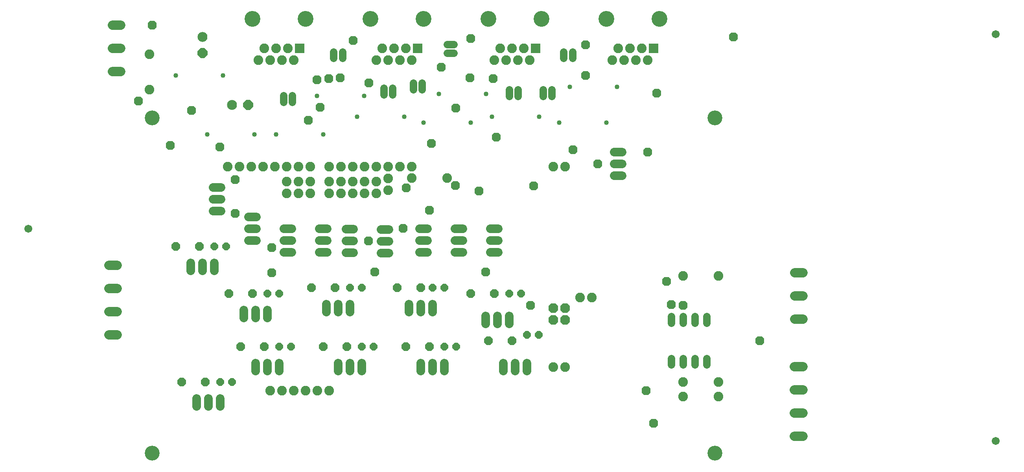
<source format=gts>
G75*
%MOIN*%
%OFA0B0*%
%FSLAX25Y25*%
%IPPOS*%
%LPD*%
%AMOC8*
5,1,8,0,0,1.08239X$1,22.5*
%
%ADD10C,0.12611*%
%ADD11C,0.06706*%
%ADD12C,0.08200*%
%ADD13R,0.08200X0.08200*%
%ADD14C,0.13398*%
%ADD15OC8,0.08200*%
%ADD16C,0.06400*%
%ADD17OC8,0.07100*%
%ADD18OC8,0.06400*%
%ADD19C,0.04000*%
%ADD20C,0.07200*%
%ADD21C,0.07900*%
%ADD22C,0.08400*%
%ADD23OC8,0.08400*%
%ADD24OC8,0.07556*%
D10*
X0177044Y0133303D03*
X0177044Y0417949D03*
X0653816Y0417949D03*
X0653816Y0133303D03*
D11*
X0891965Y0143933D03*
X0891965Y0488933D03*
X0071965Y0323933D03*
D12*
X0240965Y0376433D03*
X0250965Y0376433D03*
X0260965Y0376433D03*
X0270965Y0376433D03*
X0280965Y0376433D03*
X0290965Y0376433D03*
X0300965Y0376433D03*
X0310965Y0376433D03*
X0310965Y0363933D03*
X0300965Y0363933D03*
X0290965Y0363933D03*
X0290965Y0353933D03*
X0300965Y0353933D03*
X0310965Y0353933D03*
X0326965Y0353933D03*
X0336965Y0353933D03*
X0346965Y0353933D03*
X0356965Y0353933D03*
X0366965Y0353933D03*
X0376965Y0356433D03*
X0376965Y0366433D03*
X0366965Y0363933D03*
X0356965Y0363933D03*
X0346965Y0363933D03*
X0336965Y0363933D03*
X0326965Y0363933D03*
X0326965Y0376433D03*
X0336965Y0376433D03*
X0346965Y0376433D03*
X0356965Y0376433D03*
X0366965Y0376433D03*
X0376965Y0376433D03*
X0386965Y0376433D03*
X0396965Y0376433D03*
X0396965Y0366728D03*
X0426965Y0366728D03*
X0516965Y0376433D03*
X0526965Y0376433D03*
X0496965Y0466728D03*
X0486965Y0466728D03*
X0476965Y0466728D03*
X0466965Y0466728D03*
X0471965Y0476728D03*
X0481965Y0476728D03*
X0491965Y0476728D03*
X0566965Y0466728D03*
X0576965Y0466728D03*
X0586965Y0466728D03*
X0596965Y0466728D03*
X0591965Y0476728D03*
X0581965Y0476728D03*
X0571965Y0476728D03*
X0396965Y0466728D03*
X0386965Y0466728D03*
X0376965Y0466728D03*
X0366965Y0466728D03*
X0371965Y0476728D03*
X0381965Y0476728D03*
X0391965Y0476728D03*
X0296965Y0466728D03*
X0286965Y0466728D03*
X0276965Y0466728D03*
X0266965Y0466728D03*
X0271965Y0476728D03*
X0281965Y0476728D03*
X0291965Y0476728D03*
X0174465Y0471728D03*
X0174465Y0441728D03*
X0516965Y0206433D03*
X0526965Y0206433D03*
X0539465Y0265433D03*
X0549465Y0265433D03*
X0626965Y0283933D03*
X0656965Y0283933D03*
X0656965Y0193933D03*
X0656965Y0181433D03*
X0626965Y0181433D03*
X0626965Y0193933D03*
X0326965Y0186433D03*
X0316965Y0186433D03*
X0306965Y0186433D03*
X0296965Y0186433D03*
X0286965Y0186433D03*
X0276965Y0186433D03*
D13*
X0301965Y0476728D03*
X0401965Y0476728D03*
X0501965Y0476728D03*
X0601965Y0476728D03*
D14*
X0606965Y0501728D03*
X0561965Y0501728D03*
X0506965Y0501728D03*
X0461965Y0501728D03*
X0406965Y0501728D03*
X0361965Y0501728D03*
X0306965Y0501728D03*
X0261965Y0501728D03*
D15*
X0516965Y0256433D03*
X0516965Y0246433D03*
X0526965Y0246433D03*
X0526965Y0256433D03*
D16*
X0616965Y0249533D02*
X0616965Y0243933D01*
X0626965Y0243933D02*
X0626965Y0249533D01*
X0636965Y0249533D02*
X0636965Y0243933D01*
X0646965Y0243933D02*
X0646965Y0249533D01*
X0646965Y0213933D02*
X0646965Y0208333D01*
X0636965Y0208333D02*
X0636965Y0213933D01*
X0626965Y0213933D02*
X0626965Y0208333D01*
X0616965Y0208333D02*
X0616965Y0213933D01*
X0515715Y0436133D02*
X0515715Y0441733D01*
X0508215Y0441733D02*
X0508215Y0436133D01*
X0486965Y0436133D02*
X0486965Y0441733D01*
X0479465Y0441733D02*
X0479465Y0436133D01*
X0525715Y0468338D02*
X0525715Y0473938D01*
X0533215Y0473938D02*
X0533215Y0468338D01*
X0432560Y0472683D02*
X0426960Y0472683D01*
X0426960Y0480183D02*
X0432560Y0480183D01*
X0405715Y0447408D02*
X0405715Y0441808D01*
X0398215Y0441808D02*
X0398215Y0447408D01*
X0380715Y0443083D02*
X0380715Y0437483D01*
X0373215Y0437483D02*
X0373215Y0443083D01*
X0338215Y0468338D02*
X0338215Y0473938D01*
X0330715Y0473938D02*
X0330715Y0468338D01*
X0295715Y0436733D02*
X0295715Y0431133D01*
X0288215Y0431133D02*
X0288215Y0436733D01*
D17*
X0216965Y0308933D03*
X0196965Y0308933D03*
X0241965Y0268933D03*
X0261965Y0268933D03*
X0311965Y0273933D03*
X0331965Y0273933D03*
X0384465Y0273933D03*
X0404465Y0273933D03*
X0446965Y0268933D03*
X0466965Y0268933D03*
X0461965Y0228933D03*
X0481965Y0228933D03*
X0411965Y0223933D03*
X0391965Y0223933D03*
X0341965Y0223933D03*
X0321965Y0223933D03*
X0271965Y0223933D03*
X0251965Y0223933D03*
X0221965Y0193933D03*
X0201965Y0193933D03*
D18*
X0234465Y0193933D03*
X0244465Y0193933D03*
X0284465Y0223933D03*
X0294465Y0223933D03*
X0284465Y0268933D03*
X0274465Y0268933D03*
X0239465Y0308933D03*
X0229465Y0308933D03*
X0344465Y0273933D03*
X0354465Y0273933D03*
X0414465Y0273933D03*
X0424465Y0273933D03*
X0479465Y0268933D03*
X0489465Y0268933D03*
X0494465Y0233933D03*
X0504465Y0233933D03*
X0434465Y0223933D03*
X0424465Y0223933D03*
X0364465Y0223933D03*
X0354465Y0223933D03*
D19*
X0321965Y0403933D03*
X0350565Y0418633D03*
X0356670Y0436433D03*
X0390565Y0418633D03*
X0406965Y0413933D03*
X0420090Y0438208D03*
X0446965Y0413933D03*
X0464940Y0418933D03*
X0460090Y0438208D03*
X0504940Y0418933D03*
X0521965Y0413933D03*
X0561965Y0413933D03*
X0570815Y0444138D03*
X0530815Y0444138D03*
X0316670Y0436433D03*
X0281965Y0403933D03*
X0263665Y0403908D03*
X0223665Y0403908D03*
X0236965Y0453933D03*
X0196965Y0453933D03*
D20*
X0228765Y0358933D02*
X0235165Y0358933D01*
X0235165Y0348933D02*
X0228765Y0348933D01*
X0228765Y0338933D02*
X0235165Y0338933D01*
X0258765Y0333933D02*
X0265165Y0333933D01*
X0265165Y0323933D02*
X0258765Y0323933D01*
X0258765Y0313933D02*
X0265165Y0313933D01*
X0288765Y0313933D02*
X0295165Y0313933D01*
X0295165Y0323933D02*
X0288765Y0323933D01*
X0288765Y0303933D02*
X0295165Y0303933D01*
X0318765Y0303933D02*
X0325165Y0303933D01*
X0325165Y0313933D02*
X0318765Y0313933D01*
X0318765Y0323933D02*
X0325165Y0323933D01*
X0341165Y0323333D02*
X0347565Y0323333D01*
X0347565Y0313333D02*
X0341165Y0313333D01*
X0341165Y0303333D02*
X0347565Y0303333D01*
X0371065Y0303258D02*
X0377465Y0303258D01*
X0377465Y0313258D02*
X0371065Y0313258D01*
X0371065Y0323258D02*
X0377465Y0323258D01*
X0403765Y0323933D02*
X0410165Y0323933D01*
X0410165Y0313933D02*
X0403765Y0313933D01*
X0403765Y0303933D02*
X0410165Y0303933D01*
X0433765Y0303933D02*
X0440165Y0303933D01*
X0440165Y0313933D02*
X0433765Y0313933D01*
X0433765Y0323933D02*
X0440165Y0323933D01*
X0463765Y0323933D02*
X0470165Y0323933D01*
X0470165Y0313933D02*
X0463765Y0313933D01*
X0463765Y0303933D02*
X0470165Y0303933D01*
X0414465Y0259633D02*
X0414465Y0253233D01*
X0404465Y0253233D02*
X0404465Y0259633D01*
X0394465Y0259633D02*
X0394465Y0253233D01*
X0344465Y0253233D02*
X0344465Y0259633D01*
X0334465Y0259633D02*
X0334465Y0253233D01*
X0324465Y0253233D02*
X0324465Y0259633D01*
X0274465Y0254633D02*
X0274465Y0248233D01*
X0264465Y0248233D02*
X0264465Y0254633D01*
X0254465Y0254633D02*
X0254465Y0248233D01*
X0264465Y0209633D02*
X0264465Y0203233D01*
X0274465Y0203233D02*
X0274465Y0209633D01*
X0284465Y0209633D02*
X0284465Y0203233D01*
X0334465Y0203233D02*
X0334465Y0209633D01*
X0344465Y0209633D02*
X0344465Y0203233D01*
X0354465Y0203233D02*
X0354465Y0209633D01*
X0404465Y0209633D02*
X0404465Y0203233D01*
X0414465Y0203233D02*
X0414465Y0209633D01*
X0424465Y0209633D02*
X0424465Y0203233D01*
X0474465Y0203233D02*
X0474465Y0209633D01*
X0484465Y0209633D02*
X0484465Y0203233D01*
X0494465Y0203233D02*
X0494465Y0209633D01*
X0479465Y0243233D02*
X0479465Y0249633D01*
X0469465Y0249633D02*
X0469465Y0243233D01*
X0459465Y0243233D02*
X0459465Y0249633D01*
X0568765Y0368933D02*
X0575165Y0368933D01*
X0575165Y0378933D02*
X0568765Y0378933D01*
X0568765Y0388933D02*
X0575165Y0388933D01*
X0234465Y0179633D02*
X0234465Y0173233D01*
X0224465Y0173233D02*
X0224465Y0179633D01*
X0214465Y0179633D02*
X0214465Y0173233D01*
X0209465Y0288233D02*
X0209465Y0294633D01*
X0219465Y0294633D02*
X0219465Y0288233D01*
X0229465Y0288233D02*
X0229465Y0294633D01*
D21*
X0147436Y0292691D02*
X0140336Y0292691D01*
X0140336Y0273006D02*
X0147436Y0273006D01*
X0147436Y0253321D02*
X0140336Y0253321D01*
X0140336Y0233636D02*
X0147436Y0233636D01*
X0150436Y0457043D02*
X0143336Y0457043D01*
X0143336Y0476728D02*
X0150436Y0476728D01*
X0150436Y0496413D02*
X0143336Y0496413D01*
X0721486Y0286413D02*
X0728586Y0286413D01*
X0728586Y0266728D02*
X0721486Y0266728D01*
X0721486Y0247043D02*
X0728586Y0247043D01*
X0728507Y0206886D02*
X0721407Y0206886D01*
X0721407Y0187201D02*
X0728507Y0187201D01*
X0728507Y0167516D02*
X0721407Y0167516D01*
X0721407Y0147831D02*
X0728507Y0147831D01*
D22*
X0244465Y0428933D03*
X0219760Y0486433D03*
D23*
X0219760Y0472683D03*
X0258215Y0428933D03*
D24*
X0210365Y0424033D03*
X0192365Y0394333D03*
X0234440Y0392983D03*
X0247265Y0365533D03*
X0247265Y0336733D03*
X0278215Y0307683D03*
X0278215Y0286433D03*
X0360440Y0313333D03*
X0389465Y0324133D03*
X0411965Y0339433D03*
X0392165Y0358333D03*
X0434015Y0360583D03*
X0454040Y0355858D03*
X0500165Y0360133D03*
X0533465Y0390733D03*
X0554465Y0378933D03*
X0596965Y0388933D03*
X0604465Y0438933D03*
X0544265Y0453733D03*
X0544265Y0479833D03*
X0465965Y0451033D03*
X0446165Y0451933D03*
X0421865Y0460933D03*
X0447065Y0485233D03*
X0434240Y0426058D03*
X0468665Y0401533D03*
X0413765Y0396133D03*
X0360665Y0447433D03*
X0336365Y0451933D03*
X0326465Y0451033D03*
X0316565Y0450133D03*
X0319265Y0426733D03*
X0309365Y0415933D03*
X0347165Y0483433D03*
X0176965Y0496433D03*
X0165365Y0432133D03*
X0365515Y0287283D03*
X0459665Y0287008D03*
X0497690Y0258633D03*
X0613065Y0279133D03*
X0616940Y0259333D03*
X0626965Y0258933D03*
X0691965Y0228933D03*
X0595715Y0186433D03*
X0601965Y0158933D03*
X0669465Y0486433D03*
M02*

</source>
